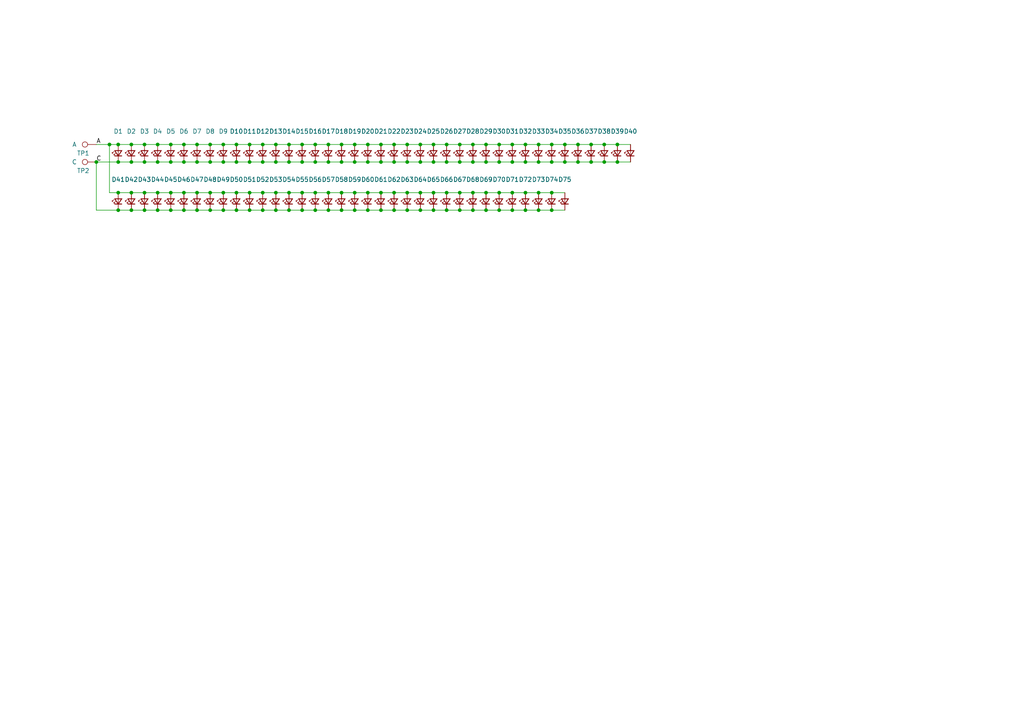
<source format=kicad_sch>
(kicad_sch (version 20250114) (generator "eeschema") (generator_version "9.0")
  (paper "A4")
  (lib_symbols
    (symbol "lib:TestPoint" (pin_numbers (hide yes)) (pin_names (offset 0.762) (hide yes))
      (property "Reference" "TP" (at 0 6.858 0))
      (property "Value" "TestPoint" (at 0 5.08 0))
      (symbol "TestPoint_0_1"
        (circle (center 0 3.302) (radius 0.762))
      )
      (symbol "TestPoint_1_1"
        (pin passive line (at 0 0 90) (length 2.54) (name "1") (number "1"))
      )
    )
    (symbol "lib:led_small" (pin_numbers (hide yes)) (pin_names (offset 0.254) (hide yes))
      (property "Reference" "D" (at -1.27 3.175 0))
      (property "Value" "led_small" (at -4.445 -2.54 0))
      (symbol "led_small_0_1"
        (polyline (pts (xy -0.762 -1.016) (xy -0.762 1.016)) (stroke (width 0.254)))
        (polyline (pts (xy 0 0.762) (xy -0.508 1.27) (xy -0.254 1.27) (xy -0.508 1.27) (xy -0.508 1.016)))
        (polyline (pts (xy 0.508 1.27) (xy 0 1.778) (xy 0.254 1.778) (xy 0 1.778) (xy 0 1.524)))
        (polyline (pts (xy 0.762 -1.016) (xy -0.762 0) (xy 0.762 1.016) (xy 0.762 -1.016)) (stroke (width 0.254)))
        (polyline (pts (xy 1.016 0) (xy -0.762 0)))
      )
      (symbol "led_small_1_1"
        (pin passive line (at -2.54 0 0) (length 1.778) (name "K") (number "1"))
        (pin passive line (at 2.54 0 180) (length 1.778) (name "A") (number "2"))
      )
    )
  )
  (junction (at 114.3 55.88))
  (junction (at 64.77 41.91))
  (junction (at 60.96 60.96))
  (junction (at 68.58 60.96))
  (junction (at 137.16 55.88))
  (junction (at 91.44 41.91))
  (junction (at 49.53 55.88))
  (junction (at 99.06 60.96))
  (junction (at 160.02 46.99))
  (junction (at 121.92 60.96))
  (junction (at 121.92 46.99))
  (junction (at 137.16 60.96))
  (junction (at 118.11 46.99))
  (junction (at 95.25 41.91))
  (junction (at 49.53 46.99))
  (junction (at 83.82 55.88))
  (junction (at 68.58 46.99))
  (junction (at 152.4 60.96))
  (junction (at 106.68 41.91))
  (junction (at 110.49 41.91))
  (junction (at 125.73 60.96))
  (junction (at 167.64 46.99))
  (junction (at 102.87 60.96))
  (junction (at 179.07 41.91))
  (junction (at 87.63 46.99))
  (junction (at 129.54 60.96))
  (junction (at 163.83 46.99))
  (junction (at 91.44 46.99))
  (junction (at 68.58 41.91))
  (junction (at 133.35 60.96))
  (junction (at 53.34 46.99))
  (junction (at 45.72 55.88))
  (junction (at 60.96 55.88))
  (junction (at 72.39 55.88))
  (junction (at 80.01 55.88))
  (junction (at 57.15 41.91))
  (junction (at 99.06 46.99))
  (junction (at 76.2 46.99))
  (junction (at 137.16 46.99))
  (junction (at 118.11 55.88))
  (junction (at 114.3 46.99))
  (junction (at 125.73 46.99))
  (junction (at 163.83 41.91))
  (junction (at 64.77 60.96))
  (junction (at 83.82 60.96))
  (junction (at 140.97 60.96))
  (junction (at 133.35 41.91))
  (junction (at 129.54 41.91))
  (junction (at 80.01 41.91))
  (junction (at 38.1 60.96))
  (junction (at 60.96 46.99))
  (junction (at 121.92 41.91))
  (junction (at 167.64 41.91))
  (junction (at 87.63 60.96))
  (junction (at 114.3 41.91))
  (junction (at 133.35 55.88))
  (junction (at 175.26 41.91))
  (junction (at 34.29 60.96))
  (junction (at 41.91 41.91))
  (junction (at 144.78 55.88))
  (junction (at 144.78 60.96))
  (junction (at 144.78 46.99))
  (junction (at 140.97 46.99))
  (junction (at 76.2 60.96))
  (junction (at 60.96 41.91))
  (junction (at 121.92 55.88))
  (junction (at 95.25 46.99))
  (junction (at 118.11 60.96))
  (junction (at 41.91 46.99))
  (junction (at 148.59 41.91))
  (junction (at 156.21 55.88))
  (junction (at 102.87 46.99))
  (junction (at 80.01 46.99))
  (junction (at 76.2 55.88))
  (junction (at 129.54 55.88))
  (junction (at 106.68 60.96))
  (junction (at 49.53 41.91))
  (junction (at 34.29 46.99))
  (junction (at 156.21 46.99))
  (junction (at 53.34 55.88))
  (junction (at 38.1 55.88))
  (junction (at 91.44 55.88))
  (junction (at 99.06 55.88))
  (junction (at 129.54 46.99))
  (junction (at 57.15 55.88))
  (junction (at 64.77 46.99))
  (junction (at 95.25 55.88))
  (junction (at 38.1 46.99))
  (junction (at 106.68 55.88))
  (junction (at 118.11 41.91))
  (junction (at 34.29 55.88))
  (junction (at 53.34 41.91))
  (junction (at 38.1 41.91))
  (junction (at 31.75 41.91))
  (junction (at 171.45 41.91))
  (junction (at 87.63 55.88))
  (junction (at 160.02 60.96))
  (junction (at 106.68 46.99))
  (junction (at 152.4 55.88))
  (junction (at 152.4 41.91))
  (junction (at 83.82 46.99))
  (junction (at 140.97 41.91))
  (junction (at 83.82 41.91))
  (junction (at 45.72 46.99))
  (junction (at 64.77 55.88))
  (junction (at 110.49 55.88))
  (junction (at 125.73 55.88))
  (junction (at 72.39 60.96))
  (junction (at 68.58 55.88))
  (junction (at 160.02 55.88))
  (junction (at 102.87 55.88))
  (junction (at 72.39 41.91))
  (junction (at 41.91 60.96))
  (junction (at 110.49 46.99))
  (junction (at 45.72 60.96))
  (junction (at 133.35 46.99))
  (junction (at 49.53 60.96))
  (junction (at 144.78 41.91))
  (junction (at 160.02 41.91))
  (junction (at 156.21 41.91))
  (junction (at 91.44 60.96))
  (junction (at 41.91 55.88))
  (junction (at 156.21 60.96))
  (junction (at 148.59 46.99))
  (junction (at 102.87 41.91))
  (junction (at 179.07 46.99))
  (junction (at 72.39 46.99))
  (junction (at 57.15 46.99))
  (junction (at 95.25 60.96))
  (junction (at 53.34 60.96))
  (junction (at 140.97 55.88))
  (junction (at 114.3 60.96))
  (junction (at 87.63 41.91))
  (junction (at 34.29 41.91))
  (junction (at 80.01 60.96))
  (junction (at 175.26 46.99))
  (junction (at 137.16 41.91))
  (junction (at 57.15 60.96))
  (junction (at 152.4 46.99))
  (junction (at 148.59 60.96))
  (junction (at 27.94 46.99))
  (junction (at 99.06 41.91))
  (junction (at 171.45 46.99))
  (junction (at 110.49 60.96))
  (junction (at 148.59 55.88))
  (junction (at 76.2 41.91))
  (junction (at 125.73 41.91))
  (junction (at 45.72 41.91))
  (wire (pts (xy 57.15 46.99) (xy 60.96 46.99)))
  (wire (pts (xy 167.64 41.91) (xy 171.45 41.91)))
  (wire (pts (xy 144.78 46.99) (xy 148.59 46.99)))
  (wire (pts (xy 129.54 55.88) (xy 133.35 55.88)))
  (wire (pts (xy 167.64 46.99) (xy 171.45 46.99)))
  (wire (pts (xy 152.4 55.88) (xy 156.21 55.88)))
  (wire (pts (xy 34.29 60.96) (xy 38.1 60.96)))
  (wire (pts (xy 76.2 41.91) (xy 80.01 41.91)))
  (wire (pts (xy 31.75 55.88) (xy 31.75 41.91)))
  (wire (pts (xy 27.94 60.96) (xy 27.94 46.99)))
  (wire (pts (xy 102.87 60.96) (xy 106.68 60.96)))
  (wire (pts (xy 163.83 46.99) (xy 167.64 46.99)))
  (wire (pts (xy 148.59 60.96) (xy 152.4 60.96)))
  (wire (pts (xy 175.26 46.99) (xy 179.07 46.99)))
  (wire (pts (xy 45.72 41.91) (xy 49.53 41.91)))
  (wire (pts (xy 34.29 41.91) (xy 38.1 41.91)))
  (wire (pts (xy 99.06 46.99) (xy 102.87 46.99)))
  (wire (pts (xy 57.15 55.88) (xy 60.96 55.88)))
  (wire (pts (xy 64.77 46.99) (xy 68.58 46.99)))
  (wire (pts (xy 34.29 55.88) (xy 31.75 55.88)))
  (wire (pts (xy 60.96 41.91) (xy 64.77 41.91)))
  (wire (pts (xy 152.4 60.96) (xy 156.21 60.96)))
  (wire (pts (xy 83.82 41.91) (xy 87.63 41.91)))
  (wire (pts (xy 91.44 41.91) (xy 95.25 41.91)))
  (wire (pts (xy 27.94 41.91) (xy 31.75 41.91)))
  (wire (pts (xy 99.06 60.96) (xy 102.87 60.96)))
  (wire (pts (xy 95.25 41.91) (xy 99.06 41.91)))
  (wire (pts (xy 118.11 55.88) (xy 121.92 55.88)))
  (wire (pts (xy 72.39 41.91) (xy 76.2 41.91)))
  (wire (pts (xy 156.21 55.88) (xy 160.02 55.88)))
  (wire (pts (xy 49.53 46.99) (xy 53.34 46.99)))
  (wire (pts (xy 68.58 60.96) (xy 72.39 60.96)))
  (wire (pts (xy 57.15 60.96) (xy 60.96 60.96)))
  (wire (pts (xy 45.72 60.96) (xy 49.53 60.96)))
  (wire (pts (xy 102.87 55.88) (xy 106.68 55.88)))
  (wire (pts (xy 41.91 41.91) (xy 45.72 41.91)))
  (wire (pts (xy 137.16 41.91) (xy 140.97 41.91)))
  (wire (pts (xy 80.01 55.88) (xy 83.82 55.88)))
  (wire (pts (xy 102.87 46.99) (xy 106.68 46.99)))
  (wire (pts (xy 106.68 55.88) (xy 110.49 55.88)))
  (wire (pts (xy 41.91 55.88) (xy 45.72 55.88)))
  (wire (pts (xy 160.02 60.96) (xy 163.83 60.96)))
  (wire (pts (xy 137.16 46.99) (xy 140.97 46.99)))
  (wire (pts (xy 49.53 55.88) (xy 53.34 55.88)))
  (wire (pts (xy 121.92 46.99) (xy 125.73 46.99)))
  (wire (pts (xy 87.63 55.88) (xy 91.44 55.88)))
  (wire (pts (xy 68.58 55.88) (xy 72.39 55.88)))
  (wire (pts (xy 31.75 41.91) (xy 34.29 41.91)))
  (wire (pts (xy 83.82 60.96) (xy 87.63 60.96)))
  (wire (pts (xy 34.29 55.88) (xy 38.1 55.88)))
  (wire (pts (xy 106.68 46.99) (xy 110.49 46.99)))
  (wire (pts (xy 91.44 55.88) (xy 95.25 55.88)))
  (wire (pts (xy 137.16 60.96) (xy 140.97 60.96)))
  (wire (pts (xy 60.96 55.88) (xy 64.77 55.88)))
  (wire (pts (xy 106.68 60.96) (xy 110.49 60.96)))
  (wire (pts (xy 140.97 46.99) (xy 144.78 46.99)))
  (wire (pts (xy 99.06 41.91) (xy 102.87 41.91)))
  (wire (pts (xy 152.4 41.91) (xy 156.21 41.91)))
  (wire (pts (xy 64.77 60.96) (xy 68.58 60.96)))
  (wire (pts (xy 144.78 41.91) (xy 148.59 41.91)))
  (wire (pts (xy 125.73 41.91) (xy 129.54 41.91)))
  (wire (pts (xy 45.72 55.88) (xy 49.53 55.88)))
  (wire (pts (xy 175.26 41.91) (xy 179.07 41.91)))
  (wire (pts (xy 171.45 46.99) (xy 175.26 46.99)))
  (wire (pts (xy 53.34 41.91) (xy 57.15 41.91)))
  (wire (pts (xy 34.29 60.96) (xy 27.94 60.96)))
  (wire (pts (xy 114.3 55.88) (xy 118.11 55.88)))
  (wire (pts (xy 156.21 60.96) (xy 160.02 60.96)))
  (wire (pts (xy 80.01 46.99) (xy 83.82 46.99)))
  (wire (pts (xy 34.29 46.99) (xy 38.1 46.99)))
  (wire (pts (xy 140.97 41.91) (xy 144.78 41.91)))
  (wire (pts (xy 160.02 55.88) (xy 163.83 55.88)))
  (wire (pts (xy 148.59 41.91) (xy 152.4 41.91)))
  (wire (pts (xy 133.35 41.91) (xy 137.16 41.91)))
  (wire (pts (xy 129.54 41.91) (xy 133.35 41.91)))
  (wire (pts (xy 118.11 60.96) (xy 121.92 60.96)))
  (wire (pts (xy 179.07 41.91) (xy 182.88 41.91)))
  (wire (pts (xy 38.1 55.88) (xy 41.91 55.88)))
  (wire (pts (xy 53.34 46.99) (xy 57.15 46.99)))
  (wire (pts (xy 68.58 46.99) (xy 72.39 46.99)))
  (wire (pts (xy 38.1 46.99) (xy 41.91 46.99)))
  (wire (pts (xy 83.82 55.88) (xy 87.63 55.88)))
  (wire (pts (xy 83.82 46.99) (xy 87.63 46.99)))
  (wire (pts (xy 125.73 60.96) (xy 129.54 60.96)))
  (wire (pts (xy 38.1 41.91) (xy 41.91 41.91)))
  (wire (pts (xy 87.63 60.96) (xy 91.44 60.96)))
  (wire (pts (xy 110.49 60.96) (xy 114.3 60.96)))
  (wire (pts (xy 133.35 55.88) (xy 137.16 55.88)))
  (wire (pts (xy 179.07 46.99) (xy 182.88 46.99)))
  (wire (pts (xy 148.59 46.99) (xy 152.4 46.99)))
  (wire (pts (xy 121.92 41.91) (xy 125.73 41.91)))
  (wire (pts (xy 60.96 46.99) (xy 64.77 46.99)))
  (wire (pts (xy 53.34 55.88) (xy 57.15 55.88)))
  (wire (pts (xy 49.53 60.96) (xy 53.34 60.96)))
  (wire (pts (xy 64.77 55.88) (xy 68.58 55.88)))
  (wire (pts (xy 49.53 41.91) (xy 53.34 41.91)))
  (wire (pts (xy 160.02 46.99) (xy 163.83 46.99)))
  (wire (pts (xy 80.01 60.96) (xy 83.82 60.96)))
  (wire (pts (xy 110.49 55.88) (xy 114.3 55.88)))
  (wire (pts (xy 171.45 41.91) (xy 175.26 41.91)))
  (wire (pts (xy 114.3 41.91) (xy 118.11 41.91)))
  (wire (pts (xy 140.97 60.96) (xy 144.78 60.96)))
  (wire (pts (xy 125.73 46.99) (xy 129.54 46.99)))
  (wire (pts (xy 72.39 60.96) (xy 76.2 60.96)))
  (wire (pts (xy 110.49 46.99) (xy 114.3 46.99)))
  (wire (pts (xy 76.2 60.96) (xy 80.01 60.96)))
  (wire (pts (xy 87.63 46.99) (xy 91.44 46.99)))
  (wire (pts (xy 99.06 55.88) (xy 102.87 55.88)))
  (wire (pts (xy 53.34 60.96) (xy 57.15 60.96)))
  (wire (pts (xy 160.02 41.91) (xy 163.83 41.91)))
  (wire (pts (xy 152.4 46.99) (xy 156.21 46.99)))
  (wire (pts (xy 68.58 41.91) (xy 72.39 41.91)))
  (wire (pts (xy 41.91 46.99) (xy 45.72 46.99)))
  (wire (pts (xy 125.73 55.88) (xy 129.54 55.88)))
  (wire (pts (xy 38.1 60.96) (xy 41.91 60.96)))
  (wire (pts (xy 118.11 46.99) (xy 121.92 46.99)))
  (wire (pts (xy 156.21 41.91) (xy 160.02 41.91)))
  (wire (pts (xy 72.39 55.88) (xy 76.2 55.88)))
  (wire (pts (xy 106.68 41.91) (xy 110.49 41.91)))
  (wire (pts (xy 64.77 41.91) (xy 68.58 41.91)))
  (wire (pts (xy 121.92 55.88) (xy 125.73 55.88)))
  (wire (pts (xy 129.54 46.99) (xy 133.35 46.99)))
  (wire (pts (xy 129.54 60.96) (xy 133.35 60.96)))
  (wire (pts (xy 110.49 41.91) (xy 114.3 41.91)))
  (wire (pts (xy 140.97 55.88) (xy 144.78 55.88)))
  (wire (pts (xy 144.78 60.96) (xy 148.59 60.96)))
  (wire (pts (xy 76.2 55.88) (xy 80.01 55.88)))
  (wire (pts (xy 102.87 41.91) (xy 106.68 41.91)))
  (wire (pts (xy 114.3 60.96) (xy 118.11 60.96)))
  (wire (pts (xy 95.25 60.96) (xy 99.06 60.96)))
  (wire (pts (xy 118.11 41.91) (xy 121.92 41.91)))
  (wire (pts (xy 45.72 46.99) (xy 49.53 46.99)))
  (wire (pts (xy 144.78 55.88) (xy 148.59 55.88)))
  (wire (pts (xy 41.91 60.96) (xy 45.72 60.96)))
  (wire (pts (xy 137.16 55.88) (xy 140.97 55.88)))
  (wire (pts (xy 60.96 60.96) (xy 64.77 60.96)))
  (wire (pts (xy 121.92 60.96) (xy 125.73 60.96)))
  (wire (pts (xy 27.94 46.99) (xy 34.29 46.99)))
  (wire (pts (xy 133.35 60.96) (xy 137.16 60.96)))
  (wire (pts (xy 72.39 46.99) (xy 76.2 46.99)))
  (wire (pts (xy 91.44 46.99) (xy 95.25 46.99)))
  (wire (pts (xy 156.21 46.99) (xy 160.02 46.99)))
  (wire (pts (xy 114.3 46.99) (xy 118.11 46.99)))
  (wire (pts (xy 133.35 46.99) (xy 137.16 46.99)))
  (wire (pts (xy 148.59 55.88) (xy 152.4 55.88)))
  (wire (pts (xy 95.25 46.99) (xy 99.06 46.99)))
  (wire (pts (xy 80.01 41.91) (xy 83.82 41.91)))
  (wire (pts (xy 87.63 41.91) (xy 91.44 41.91)))
  (wire (pts (xy 76.2 46.99) (xy 80.01 46.99)))
  (wire (pts (xy 95.25 55.88) (xy 99.06 55.88)))
  (wire (pts (xy 57.15 41.91) (xy 60.96 41.91)))
  (wire (pts (xy 163.83 41.91) (xy 167.64 41.91)))
  (wire (pts (xy 91.44 60.96) (xy 95.25 60.96)))
  (label "C" (at 27.94 46.99 0))
  (label "A" (at 27.94 41.91 0))
  (symbol (lib_id "lib:led_small") (at 80.01 58.42 90) (unit 1)
    (property "Reference" "D53" (at 80.01 52.07 90))
    (property "Value" "led_small" (effects (hide yes)))
    (property "Footprint" "lib:LED_0603_1608Metric" (effects (hide yes)))
    (property "Description" "Light emitting diode, small symbol" (effects (hide yes)))
    (property "Sim.Pin" "1=K 2=A" (effects (hide yes)))
  )
  (symbol (lib_id "lib:led_small") (at 167.64 44.45 90) (unit 1)
    (property "Reference" "D36" (at 167.64 38.1 90))
    (property "Value" "led_small" (effects (hide yes)))
    (property "Footprint" "lib:LED_0603_1608Metric" (effects (hide yes)))
    (property "Description" "Light emitting diode, small symbol" (effects (hide yes)))
    (property "Sim.Pin" "1=K 2=A" (effects (hide yes)))
  )
  (symbol (lib_id "lib:led_small") (at 156.21 44.45 90) (unit 1)
    (property "Reference" "D33" (at 156.21 38.1 90))
    (property "Value" "led_small" (effects (hide yes)))
    (property "Footprint" "lib:LED_0603_1608Metric" (effects (hide yes)))
    (property "Description" "Light emitting diode, small symbol" (effects (hide yes)))
    (property "Sim.Pin" "1=K 2=A" (effects (hide yes)))
  )
  (symbol (lib_id "lib:led_small") (at 76.2 44.45 90) (unit 1)
    (property "Reference" "D12" (at 76.2 38.1 90))
    (property "Value" "led_small" (effects (hide yes)))
    (property "Footprint" "lib:LED_0603_1608Metric" (effects (hide yes)))
    (property "Description" "Light emitting diode, small symbol" (effects (hide yes)))
    (property "Sim.Pin" "1=K 2=A" (effects (hide yes)))
  )
  (symbol (lib_id "lib:led_small") (at 114.3 44.45 90) (unit 1)
    (property "Reference" "D22" (at 114.3 38.1 90))
    (property "Value" "led_small" (effects (hide yes)))
    (property "Footprint" "lib:LED_0603_1608Metric" (effects (hide yes)))
    (property "Description" "Light emitting diode, small symbol" (effects (hide yes)))
    (property "Sim.Pin" "1=K 2=A" (effects (hide yes)))
  )
  (symbol (lib_id "lib:led_small") (at 34.29 44.45 90) (unit 1)
    (property "Reference" "D1" (at 34.29 38.1 90))
    (property "Value" "led_small" (effects (hide yes)))
    (property "Footprint" "lib:LED_0603_1608Metric" (effects (hide yes)))
    (property "Description" "Light emitting diode, small symbol" (effects (hide yes)))
    (property "Sim.Pin" "1=K 2=A" (effects (hide yes)))
  )
  (symbol (lib_id "lib:led_small") (at 68.58 44.45 90) (unit 1)
    (property "Reference" "D10" (at 68.58 38.1 90))
    (property "Value" "led_small" (effects (hide yes)))
    (property "Footprint" "lib:LED_0603_1608Metric" (effects (hide yes)))
    (property "Description" "Light emitting diode, small symbol" (effects (hide yes)))
    (property "Sim.Pin" "1=K 2=A" (effects (hide yes)))
  )
  (symbol (lib_id "lib:led_small") (at 53.34 44.45 90) (unit 1)
    (property "Reference" "D6" (at 53.34 38.1 90))
    (property "Value" "led_small" (effects (hide yes)))
    (property "Footprint" "lib:LED_0603_1608Metric" (effects (hide yes)))
    (property "Description" "Light emitting diode, small symbol" (effects (hide yes)))
    (property "Sim.Pin" "1=K 2=A" (effects (hide yes)))
  )
  (symbol (lib_id "lib:led_small") (at 64.77 44.45 90) (unit 1)
    (property "Reference" "D9" (at 64.77 38.1 90))
    (property "Value" "led_small" (effects (hide yes)))
    (property "Footprint" "lib:LED_0603_1608Metric" (effects (hide yes)))
    (property "Description" "Light emitting diode, small symbol" (effects (hide yes)))
    (property "Sim.Pin" "1=K 2=A" (effects (hide yes)))
  )
  (symbol (lib_id "lib:led_small") (at 99.06 58.42 90) (unit 1)
    (property "Reference" "D58" (at 99.06 52.07 90))
    (property "Value" "led_small" (effects (hide yes)))
    (property "Footprint" "lib:LED_0603_1608Metric" (effects (hide yes)))
    (property "Description" "Light emitting diode, small symbol" (effects (hide yes)))
    (property "Sim.Pin" "1=K 2=A" (effects (hide yes)))
  )
  (symbol (lib_id "lib:led_small") (at 179.07 44.45 90) (unit 1)
    (property "Reference" "D39" (at 179.07 38.1 90))
    (property "Value" "led_small" (effects (hide yes)))
    (property "Footprint" "lib:LED_0603_1608Metric" (effects (hide yes)))
    (property "Description" "Light emitting diode, small symbol" (effects (hide yes)))
    (property "Sim.Pin" "1=K 2=A" (effects (hide yes)))
  )
  (symbol (lib_id "lib:TestPoint") (at 27.94 46.99 90) (unit 1)
    (property "Reference" "TP2" (at 24.13 49.53 90))
    (property "Value" "C" (at 21.59 46.99 90))
    (property "Footprint" "lib:TestPoint_Pad_D3.0mm" (effects (hide yes)))
    (property "Description" "test point" (effects (hide yes)))
  )
  (symbol (lib_id "lib:led_small") (at 175.26 44.45 90) (unit 1)
    (property "Reference" "D38" (at 175.26 38.1 90))
    (property "Value" "led_small" (effects (hide yes)))
    (property "Footprint" "lib:LED_0603_1608Metric" (effects (hide yes)))
    (property "Description" "Light emitting diode, small symbol" (effects (hide yes)))
    (property "Sim.Pin" "1=K 2=A" (effects (hide yes)))
  )
  (symbol (lib_id "lib:led_small") (at 80.01 44.45 90) (unit 1)
    (property "Reference" "D13" (at 80.01 38.1 90))
    (property "Value" "led_small" (effects (hide yes)))
    (property "Footprint" "lib:LED_0603_1608Metric" (effects (hide yes)))
    (property "Description" "Light emitting diode, small symbol" (effects (hide yes)))
    (property "Sim.Pin" "1=K 2=A" (effects (hide yes)))
  )
  (symbol (lib_id "lib:led_small") (at 125.73 44.45 90) (unit 1)
    (property "Reference" "D25" (at 125.73 38.1 90))
    (property "Value" "led_small" (effects (hide yes)))
    (property "Footprint" "lib:LED_0603_1608Metric" (effects (hide yes)))
    (property "Description" "Light emitting diode, small symbol" (effects (hide yes)))
    (property "Sim.Pin" "1=K 2=A" (effects (hide yes)))
  )
  (symbol (lib_id "lib:led_small") (at 41.91 44.45 90) (unit 1)
    (property "Reference" "D3" (at 41.91 38.1 90))
    (property "Value" "led_small" (effects (hide yes)))
    (property "Footprint" "lib:LED_0603_1608Metric" (effects (hide yes)))
    (property "Description" "Light emitting diode, small symbol" (effects (hide yes)))
    (property "Sim.Pin" "1=K 2=A" (effects (hide yes)))
  )
  (symbol (lib_id "lib:led_small") (at 110.49 44.45 90) (unit 1)
    (property "Reference" "D21" (at 110.49 38.1 90))
    (property "Value" "led_small" (effects (hide yes)))
    (property "Footprint" "lib:LED_0603_1608Metric" (effects (hide yes)))
    (property "Description" "Light emitting diode, small symbol" (effects (hide yes)))
    (property "Sim.Pin" "1=K 2=A" (effects (hide yes)))
  )
  (symbol (lib_id "lib:led_small") (at 72.39 44.45 90) (unit 1)
    (property "Reference" "D11" (at 72.39 38.1 90))
    (property "Value" "led_small" (effects (hide yes)))
    (property "Footprint" "lib:LED_0603_1608Metric" (effects (hide yes)))
    (property "Description" "Light emitting diode, small symbol" (effects (hide yes)))
    (property "Sim.Pin" "1=K 2=A" (effects (hide yes)))
  )
  (symbol (lib_id "lib:led_small") (at 118.11 58.42 90) (unit 1)
    (property "Reference" "D63" (at 118.11 52.07 90))
    (property "Value" "led_small" (effects (hide yes)))
    (property "Footprint" "lib:LED_0603_1608Metric" (effects (hide yes)))
    (property "Description" "Light emitting diode, small symbol" (effects (hide yes)))
    (property "Sim.Pin" "1=K 2=A" (effects (hide yes)))
  )
  (symbol (lib_id "lib:led_small") (at 76.2 58.42 90) (unit 1)
    (property "Reference" "D52" (at 76.2 52.07 90))
    (property "Value" "led_small" (effects (hide yes)))
    (property "Footprint" "lib:LED_0603_1608Metric" (effects (hide yes)))
    (property "Description" "Light emitting diode, small symbol" (effects (hide yes)))
    (property "Sim.Pin" "1=K 2=A" (effects (hide yes)))
  )
  (symbol (lib_id "lib:led_small") (at 45.72 44.45 90) (unit 1)
    (property "Reference" "D4" (at 45.72 38.1 90))
    (property "Value" "led_small" (effects (hide yes)))
    (property "Footprint" "lib:LED_0603_1608Metric" (effects (hide yes)))
    (property "Description" "Light emitting diode, small symbol" (effects (hide yes)))
    (property "Sim.Pin" "1=K 2=A" (effects (hide yes)))
  )
  (symbol (lib_id "lib:led_small") (at 68.58 58.42 90) (unit 1)
    (property "Reference" "D50" (at 68.58 52.07 90))
    (property "Value" "led_small" (effects (hide yes)))
    (property "Footprint" "lib:LED_0603_1608Metric" (effects (hide yes)))
    (property "Description" "Light emitting diode, small symbol" (effects (hide yes)))
    (property "Sim.Pin" "1=K 2=A" (effects (hide yes)))
  )
  (symbol (lib_id "lib:led_small") (at 160.02 58.42 90) (unit 1)
    (property "Reference" "D74" (at 160.02 52.07 90))
    (property "Value" "led_small" (effects (hide yes)))
    (property "Footprint" "lib:LED_0603_1608Metric" (effects (hide yes)))
    (property "Description" "Light emitting diode, small symbol" (effects (hide yes)))
    (property "Sim.Pin" "1=K 2=A" (effects (hide yes)))
  )
  (symbol (lib_id "lib:led_small") (at 99.06 44.45 90) (unit 1)
    (property "Reference" "D18" (at 99.06 38.1 90))
    (property "Value" "led_small" (effects (hide yes)))
    (property "Footprint" "lib:LED_0603_1608Metric" (effects (hide yes)))
    (property "Description" "Light emitting diode, small symbol" (effects (hide yes)))
    (property "Sim.Pin" "1=K 2=A" (effects (hide yes)))
  )
  (symbol (lib_id "lib:led_small") (at 121.92 44.45 90) (unit 1)
    (property "Reference" "D24" (at 121.92 38.1 90))
    (property "Value" "led_small" (effects (hide yes)))
    (property "Footprint" "lib:LED_0603_1608Metric" (effects (hide yes)))
    (property "Description" "Light emitting diode, small symbol" (effects (hide yes)))
    (property "Sim.Pin" "1=K 2=A" (effects (hide yes)))
  )
  (symbol (lib_id "lib:led_small") (at 144.78 44.45 90) (unit 1)
    (property "Reference" "D30" (at 144.78 38.1 90))
    (property "Value" "led_small" (effects (hide yes)))
    (property "Footprint" "lib:LED_0603_1608Metric" (effects (hide yes)))
    (property "Description" "Light emitting diode, small symbol" (effects (hide yes)))
    (property "Sim.Pin" "1=K 2=A" (effects (hide yes)))
  )
  (symbol (lib_id "lib:led_small") (at 83.82 44.45 90) (unit 1)
    (property "Reference" "D14" (at 83.82 38.1 90))
    (property "Value" "led_small" (effects (hide yes)))
    (property "Footprint" "lib:LED_0603_1608Metric" (effects (hide yes)))
    (property "Description" "Light emitting diode, small symbol" (effects (hide yes)))
    (property "Sim.Pin" "1=K 2=A" (effects (hide yes)))
  )
  (symbol (lib_id "lib:led_small") (at 91.44 44.45 90) (unit 1)
    (property "Reference" "D16" (at 91.44 38.1 90))
    (property "Value" "led_small" (effects (hide yes)))
    (property "Footprint" "lib:LED_0603_1608Metric" (effects (hide yes)))
    (property "Description" "Light emitting diode, small symbol" (effects (hide yes)))
    (property "Sim.Pin" "1=K 2=A" (effects (hide yes)))
  )
  (symbol (lib_id "lib:led_small") (at 160.02 44.45 90) (unit 1)
    (property "Reference" "D34" (at 160.02 38.1 90))
    (property "Value" "led_small" (effects (hide yes)))
    (property "Footprint" "lib:LED_0603_1608Metric" (effects (hide yes)))
    (property "Description" "Light emitting diode, small symbol" (effects (hide yes)))
    (property "Sim.Pin" "1=K 2=A" (effects (hide yes)))
  )
  (symbol (lib_id "lib:led_small") (at 110.49 58.42 90) (unit 1)
    (property "Reference" "D61" (at 110.49 52.07 90))
    (property "Value" "led_small" (effects (hide yes)))
    (property "Footprint" "lib:LED_0603_1608Metric" (effects (hide yes)))
    (property "Description" "Light emitting diode, small symbol" (effects (hide yes)))
    (property "Sim.Pin" "1=K 2=A" (effects (hide yes)))
  )
  (symbol (lib_id "lib:led_small") (at 45.72 58.42 90) (unit 1)
    (property "Reference" "D44" (at 45.72 52.07 90))
    (property "Value" "led_small" (effects (hide yes)))
    (property "Footprint" "lib:LED_0603_1608Metric" (effects (hide yes)))
    (property "Description" "Light emitting diode, small symbol" (effects (hide yes)))
    (property "Sim.Pin" "1=K 2=A" (effects (hide yes)))
  )
  (symbol (lib_id "lib:led_small") (at 49.53 58.42 90) (unit 1)
    (property "Reference" "D45" (at 49.53 52.07 90))
    (property "Value" "led_small" (effects (hide yes)))
    (property "Footprint" "lib:LED_0603_1608Metric" (effects (hide yes)))
    (property "Description" "Light emitting diode, small symbol" (effects (hide yes)))
    (property "Sim.Pin" "1=K 2=A" (effects (hide yes)))
  )
  (symbol (lib_id "lib:led_small") (at 133.35 58.42 90) (unit 1)
    (property "Reference" "D67" (at 133.35 52.07 90))
    (property "Value" "led_small" (effects (hide yes)))
    (property "Footprint" "lib:LED_0603_1608Metric" (effects (hide yes)))
    (property "Description" "Light emitting diode, small symbol" (effects (hide yes)))
    (property "Sim.Pin" "1=K 2=A" (effects (hide yes)))
  )
  (symbol (lib_id "lib:led_small") (at 60.96 44.45 90) (unit 1)
    (property "Reference" "D8" (at 60.96 38.1 90))
    (property "Value" "led_small" (effects (hide yes)))
    (property "Footprint" "lib:LED_0603_1608Metric" (effects (hide yes)))
    (property "Description" "Light emitting diode, small symbol" (effects (hide yes)))
    (property "Sim.Pin" "1=K 2=A" (effects (hide yes)))
  )
  (symbol (lib_id "lib:led_small") (at 87.63 58.42 90) (unit 1)
    (property "Reference" "D55" (at 87.63 52.07 90))
    (property "Value" "led_small" (effects (hide yes)))
    (property "Footprint" "lib:LED_0603_1608Metric" (effects (hide yes)))
    (property "Description" "Light emitting diode, small symbol" (effects (hide yes)))
    (property "Sim.Pin" "1=K 2=A" (effects (hide yes)))
  )
  (symbol (lib_id "lib:led_small") (at 91.44 58.42 90) (unit 1)
    (property "Reference" "D56" (at 91.44 52.07 90))
    (property "Value" "led_small" (effects (hide yes)))
    (property "Footprint" "lib:LED_0603_1608Metric" (effects (hide yes)))
    (property "Description" "Light emitting diode, small symbol" (effects (hide yes)))
    (property "Sim.Pin" "1=K 2=A" (effects (hide yes)))
  )
  (symbol (lib_id "lib:led_small") (at 118.11 44.45 90) (unit 1)
    (property "Reference" "D23" (at 118.11 38.1 90))
    (property "Value" "led_small" (effects (hide yes)))
    (property "Footprint" "lib:LED_0603_1608Metric" (effects (hide yes)))
    (property "Description" "Light emitting diode, small symbol" (effects (hide yes)))
    (property "Sim.Pin" "1=K 2=A" (effects (hide yes)))
  )
  (symbol (lib_id "lib:led_small") (at 57.15 58.42 90) (unit 1)
    (property "Reference" "D47" (at 57.15 52.07 90))
    (property "Value" "led_small" (effects (hide yes)))
    (property "Footprint" "lib:LED_0603_1608Metric" (effects (hide yes)))
    (property "Description" "Light emitting diode, small symbol" (effects (hide yes)))
    (property "Sim.Pin" "1=K 2=A" (effects (hide yes)))
  )
  (symbol (lib_id "lib:led_small") (at 144.78 58.42 90) (unit 1)
    (property "Reference" "D70" (at 144.78 52.07 90))
    (property "Value" "led_small" (effects (hide yes)))
    (property "Footprint" "lib:LED_0603_1608Metric" (effects (hide yes)))
    (property "Description" "Light emitting diode, small symbol" (effects (hide yes)))
    (property "Sim.Pin" "1=K 2=A" (effects (hide yes)))
  )
  (symbol (lib_id "lib:led_small") (at 38.1 58.42 90) (unit 1)
    (property "Reference" "D42" (at 38.1 52.07 90))
    (property "Value" "led_small" (effects (hide yes)))
    (property "Footprint" "lib:LED_0603_1608Metric" (effects (hide yes)))
    (property "Description" "Light emitting diode, small symbol" (effects (hide yes)))
    (property "Sim.Pin" "1=K 2=A" (effects (hide yes)))
  )
  (symbol (lib_id "lib:led_small") (at 87.63 44.45 90) (unit 1)
    (property "Reference" "D15" (at 87.63 38.1 90))
    (property "Value" "led_small" (effects (hide yes)))
    (property "Footprint" "lib:LED_0603_1608Metric" (effects (hide yes)))
    (property "Description" "Light emitting diode, small symbol" (effects (hide yes)))
    (property "Sim.Pin" "1=K 2=A" (effects (hide yes)))
  )
  (symbol (lib_id "lib:led_small") (at 137.16 58.42 90) (unit 1)
    (property "Reference" "D68" (at 137.16 52.07 90))
    (property "Value" "led_small" (effects (hide yes)))
    (property "Footprint" "lib:LED_0603_1608Metric" (effects (hide yes)))
    (property "Description" "Light emitting diode, small symbol" (effects (hide yes)))
    (property "Sim.Pin" "1=K 2=A" (effects (hide yes)))
  )
  (symbol (lib_id "lib:led_small") (at 57.15 44.45 90) (unit 1)
    (property "Reference" "D7" (at 57.15 38.1 90))
    (property "Value" "led_small" (effects (hide yes)))
    (property "Footprint" "lib:LED_0603_1608Metric" (effects (hide yes)))
    (property "Description" "Light emitting diode, small symbol" (effects (hide yes)))
    (property "Sim.Pin" "1=K 2=A" (effects (hide yes)))
  )
  (symbol (lib_id "lib:led_small") (at 102.87 44.45 90) (unit 1)
    (property "Reference" "D19" (at 102.87 38.1 90))
    (property "Value" "led_small" (effects (hide yes)))
    (property "Footprint" "lib:LED_0603_1608Metric" (effects (hide yes)))
    (property "Description" "Light emitting diode, small symbol" (effects (hide yes)))
    (property "Sim.Pin" "1=K 2=A" (effects (hide yes)))
  )
  (symbol (lib_id "lib:led_small") (at 140.97 44.45 90) (unit 1)
    (property "Reference" "D29" (at 140.97 38.1 90))
    (property "Value" "led_small" (effects (hide yes)))
    (property "Footprint" "lib:LED_0603_1608Metric" (effects (hide yes)))
    (property "Description" "Light emitting diode, small symbol" (effects (hide yes)))
    (property "Sim.Pin" "1=K 2=A" (effects (hide yes)))
  )
  (symbol (lib_id "lib:led_small") (at 114.3 58.42 90) (unit 1)
    (property "Reference" "D62" (at 114.3 52.07 90))
    (property "Value" "led_small" (effects (hide yes)))
    (property "Footprint" "lib:LED_0603_1608Metric" (effects (hide yes)))
    (property "Description" "Light emitting diode, small symbol" (effects (hide yes)))
    (property "Sim.Pin" "1=K 2=A" (effects (hide yes)))
  )
  (symbol (lib_id "lib:led_small") (at 129.54 44.45 90) (unit 1)
    (property "Reference" "D26" (at 129.54 38.1 90))
    (property "Value" "led_small" (effects (hide yes)))
    (property "Footprint" "lib:LED_0603_1608Metric" (effects (hide yes)))
    (property "Description" "Light emitting diode, small symbol" (effects (hide yes)))
    (property "Sim.Pin" "1=K 2=A" (effects (hide yes)))
  )
  (symbol (lib_id "lib:led_small") (at 41.91 58.42 90) (unit 1)
    (property "Reference" "D43" (at 41.91 52.07 90))
    (property "Value" "led_small" (effects (hide yes)))
    (property "Footprint" "lib:LED_0603_1608Metric" (effects (hide yes)))
    (property "Description" "Light emitting diode, small symbol" (effects (hide yes)))
    (property "Sim.Pin" "1=K 2=A" (effects (hide yes)))
  )
  (symbol (lib_id "lib:led_small") (at 140.97 58.42 90) (unit 1)
    (property "Reference" "D69" (at 140.97 52.07 90))
    (property "Value" "led_small" (effects (hide yes)))
    (property "Footprint" "lib:LED_0603_1608Metric" (effects (hide yes)))
    (property "Description" "Light emitting diode, small symbol" (effects (hide yes)))
    (property "Sim.Pin" "1=K 2=A" (effects (hide yes)))
  )
  (symbol (lib_id "lib:led_small") (at 182.88 44.45 90) (unit 1)
    (property "Reference" "D40" (at 182.88 38.1 90))
    (property "Value" "led_small" (effects (hide yes)))
    (property "Footprint" "lib:LED_0603_1608Metric" (effects (hide yes)))
    (property "Description" "Light emitting diode, small symbol" (effects (hide yes)))
    (property "Sim.Pin" "1=K 2=A" (effects (hide yes)))
  )
  (symbol (lib_id "lib:led_small") (at 60.96 58.42 90) (unit 1)
    (property "Reference" "D48" (at 60.96 52.07 90))
    (property "Value" "led_small" (effects (hide yes)))
    (property "Footprint" "lib:LED_0603_1608Metric" (effects (hide yes)))
    (property "Description" "Light emitting diode, small symbol" (effects (hide yes)))
    (property "Sim.Pin" "1=K 2=A" (effects (hide yes)))
  )
  (symbol (lib_id "lib:led_small") (at 152.4 44.45 90) (unit 1)
    (property "Reference" "D32" (at 152.4 38.1 90))
    (property "Value" "led_small" (effects (hide yes)))
    (property "Footprint" "lib:LED_0603_1608Metric" (effects (hide yes)))
    (property "Description" "Light emitting diode, small symbol" (effects (hide yes)))
    (property "Sim.Pin" "1=K 2=A" (effects (hide yes)))
  )
  (symbol (lib_id "lib:led_small") (at 137.16 44.45 90) (unit 1)
    (property "Reference" "D28" (at 137.16 38.1 90))
    (property "Value" "led_small" (effects (hide yes)))
    (property "Footprint" "lib:LED_0603_1608Metric" (effects (hide yes)))
    (property "Description" "Light emitting diode, small symbol" (effects (hide yes)))
    (property "Sim.Pin" "1=K 2=A" (effects (hide yes)))
  )
  (symbol (lib_id "lib:led_small") (at 53.34 58.42 90) (unit 1)
    (property "Reference" "D46" (at 53.34 52.07 90))
    (property "Value" "led_small" (effects (hide yes)))
    (property "Footprint" "lib:LED_0603_1608Metric" (effects (hide yes)))
    (property "Description" "Light emitting diode, small symbol" (effects (hide yes)))
    (property "Sim.Pin" "1=K 2=A" (effects (hide yes)))
  )
  (symbol (lib_id "lib:led_small") (at 163.83 44.45 90) (unit 1)
    (property "Reference" "D35" (at 163.83 38.1 90))
    (property "Value" "led_small" (effects (hide yes)))
    (property "Footprint" "lib:LED_0603_1608Metric" (effects (hide yes)))
    (property "Description" "Light emitting diode, small symbol" (effects (hide yes)))
    (property "Sim.Pin" "1=K 2=A" (effects (hide yes)))
  )
  (symbol (lib_id "lib:led_small") (at 72.39 58.42 90) (unit 1)
    (property "Reference" "D51" (at 72.39 52.07 90))
    (property "Value" "led_small" (effects (hide yes)))
    (property "Footprint" "lib:LED_0603_1608Metric" (effects (hide yes)))
    (property "Description" "Light emitting diode, small symbol" (effects (hide yes)))
    (property "Sim.Pin" "1=K 2=A" (effects (hide yes)))
  )
  (symbol (lib_id "lib:led_small") (at 171.45 44.45 90) (unit 1)
    (property "Reference" "D37" (at 171.45 38.1 90))
    (property "Value" "led_small" (effects (hide yes)))
    (property "Footprint" "lib:LED_0603_1608Metric" (effects (hide yes)))
    (property "Description" "Light emitting diode, small symbol" (effects (hide yes)))
    (property "Sim.Pin" "1=K 2=A" (effects (hide yes)))
  )
  (symbol (lib_id "lib:led_small") (at 49.53 44.45 90) (unit 1)
    (property "Reference" "D5" (at 49.53 38.1 90))
    (property "Value" "led_small" (effects (hide yes)))
    (property "Footprint" "lib:LED_0603_1608Metric" (effects (hide yes)))
    (property "Description" "Light emitting diode, small symbol" (effects (hide yes)))
    (property "Sim.Pin" "1=K 2=A" (effects (hide yes)))
  )
  (symbol (lib_id "lib:led_small") (at 64.77 58.42 90) (unit 1)
    (property "Reference" "D49" (at 64.77 52.07 90))
    (property "Value" "led_small" (effects (hide yes)))
    (property "Footprint" "lib:LED_0603_1608Metric" (effects (hide yes)))
    (property "Description" "Light emitting diode, small symbol" (effects (hide yes)))
    (property "Sim.Pin" "1=K 2=A" (effects (hide yes)))
  )
  (symbol (lib_id "lib:led_small") (at 133.35 44.45 90) (unit 1)
    (property "Reference" "D27" (at 133.35 38.1 90))
    (property "Value" "led_small" (effects (hide yes)))
    (property "Footprint" "lib:LED_0603_1608Metric" (effects (hide yes)))
    (property "Description" "Light emitting diode, small symbol" (effects (hide yes)))
    (property "Sim.Pin" "1=K 2=A" (effects (hide yes)))
  )
  (symbol (lib_id "lib:led_small") (at 156.21 58.42 90) (unit 1)
    (property "Reference" "D73" (at 156.21 52.07 90))
    (property "Value" "led_small" (effects (hide yes)))
    (property "Footprint" "lib:LED_0603_1608Metric" (effects (hide yes)))
    (property "Description" "Light emitting diode, small symbol" (effects (hide yes)))
    (property "Sim.Pin" "1=K 2=A" (effects (hide yes)))
  )
  (symbol (lib_id "lib:led_small") (at 38.1 44.45 90) (unit 1)
    (property "Reference" "D2" (at 38.1 38.1 90))
    (property "Value" "led_small" (effects (hide yes)))
    (property "Footprint" "lib:LED_0603_1608Metric" (effects (hide yes)))
    (property "Description" "Light emitting diode, small symbol" (effects (hide yes)))
    (property "Sim.Pin" "1=K 2=A" (effects (hide yes)))
  )
  (symbol (lib_id "lib:led_small") (at 125.73 58.42 90) (unit 1)
    (property "Reference" "D65" (at 125.73 52.07 90))
    (property "Value" "led_small" (effects (hide yes)))
    (property "Footprint" "lib:LED_0603_1608Metric" (effects (hide yes)))
    (property "Description" "Light emitting diode, small symbol" (effects (hide yes)))
    (property "Sim.Pin" "1=K 2=A" (effects (hide yes)))
  )
  (symbol (lib_id "lib:led_small") (at 148.59 44.45 90) (unit 1)
    (property "Reference" "D31" (at 148.59 38.1 90))
    (property "Value" "led_small" (effects (hide yes)))
    (property "Footprint" "lib:LED_0603_1608Metric" (effects (hide yes)))
    (property "Description" "Light emitting diode, small symbol" (effects (hide yes)))
    (property "Sim.Pin" "1=K 2=A" (effects (hide yes)))
  )
  (symbol (lib_id "lib:led_small") (at 95.25 44.45 90) (unit 1)
    (property "Reference" "D17" (at 95.25 38.1 90))
    (property "Value" "led_small" (effects (hide yes)))
    (property "Footprint" "lib:LED_0603_1608Metric" (effects (hide yes)))
    (property "Description" "Light emitting diode, small symbol" (effects (hide yes)))
    (property "Sim.Pin" "1=K 2=A" (effects (hide yes)))
  )
  (symbol (lib_id "lib:led_small") (at 102.87 58.42 90) (unit 1)
    (property "Reference" "D59" (at 102.87 52.07 90))
    (property "Value" "led_small" (effects (hide yes)))
    (property "Footprint" "lib:LED_0603_1608Metric" (effects (hide yes)))
    (property "Description" "Light emitting diode, small symbol" (effects (hide yes)))
    (property "Sim.Pin" "1=K 2=A" (effects (hide yes)))
  )
  (symbol (lib_id "lib:TestPoint") (at 27.94 41.91 90) (unit 1)
    (property "Reference" "TP1" (at 24.13 44.45 90))
    (property "Value" "A" (at 21.59 41.91 90))
    (property "Footprint" "lib:TestPoint_Pad_D3.0mm" (effects (hide yes)))
    (property "Description" "test point" (effects (hide yes)))
  )
  (symbol (lib_id "lib:led_small") (at 106.68 44.45 90) (unit 1)
    (property "Reference" "D20" (at 106.68 38.1 90))
    (property "Value" "led_small" (effects (hide yes)))
    (property "Footprint" "lib:LED_0603_1608Metric" (effects (hide yes)))
    (property "Description" "Light emitting diode, small symbol" (effects (hide yes)))
    (property "Sim.Pin" "1=K 2=A" (effects (hide yes)))
  )
  (symbol (lib_id "lib:led_small") (at 83.82 58.42 90) (unit 1)
    (property "Reference" "D54" (at 83.82 52.07 90))
    (property "Value" "led_small" (effects (hide yes)))
    (property "Footprint" "lib:LED_0603_1608Metric" (effects (hide yes)))
    (property "Description" "Light emitting diode, small symbol" (effects (hide yes)))
    (property "Sim.Pin" "1=K 2=A" (effects (hide yes)))
  )
  (symbol (lib_id "lib:led_small") (at 129.54 58.42 90) (unit 1)
    (property "Reference" "D66" (at 129.54 52.07 90))
    (property "Value" "led_small" (effects (hide yes)))
    (property "Footprint" "lib:LED_0603_1608Metric" (effects (hide yes)))
    (property "Description" "Light emitting diode, small symbol" (effects (hide yes)))
    (property "Sim.Pin" "1=K 2=A" (effects (hide yes)))
  )
  (symbol (lib_id "lib:led_small") (at 106.68 58.42 90) (unit 1)
    (property "Reference" "D60" (at 106.68 52.07 90))
    (property "Value" "led_small" (effects (hide yes)))
    (property "Footprint" "lib:LED_0603_1608Metric" (effects (hide yes)))
    (property "Description" "Light emitting diode, small symbol" (effects (hide yes)))
    (property "Sim.Pin" "1=K 2=A" (effects (hide yes)))
  )
  (symbol (lib_id "lib:led_small") (at 163.83 58.42 90) (unit 1)
    (property "Reference" "D75" (at 163.83 52.07 90))
    (property "Value" "led_small" (effects (hide yes)))
    (property "Footprint" "lib:LED_0603_1608Metric" (effects (hide yes)))
    (property "Description" "Light emitting diode, small symbol" (effects (hide yes)))
    (property "Sim.Pin" "1=K 2=A" (effects (hide yes)))
  )
  (symbol (lib_id "lib:led_small") (at 34.29 58.42 90) (unit 1)
    (property "Reference" "D41" (at 34.29 52.07 90))
    (property "Value" "led_small" (effects (hide yes)))
    (property "Footprint" "lib:LED_0603_1608Metric" (effects (hide yes)))
    (property "Description" "Light emitting diode, small symbol" (effects (hide yes)))
    (property "Sim.Pin" "1=K 2=A" (effects (hide yes)))
  )
  (symbol (lib_id "lib:led_small") (at 152.4 58.42 90) (unit 1)
    (property "Reference" "D72" (at 152.4 52.07 90))
    (property "Value" "led_small" (effects (hide yes)))
    (property "Footprint" "lib:LED_0603_1608Metric" (effects (hide yes)))
    (property "Description" "Light emitting diode, small symbol" (effects (hide yes)))
    (property "Sim.Pin" "1=K 2=A" (effects (hide yes)))
  )
  (symbol (lib_id "lib:led_small") (at 148.59 58.42 90) (unit 1)
    (property "Reference" "D71" (at 148.59 52.07 90))
    (property "Value" "led_small" (effects (hide yes)))
    (property "Footprint" "lib:LED_0603_1608Metric" (effects (hide yes)))
    (property "Description" "Light emitting diode, small symbol" (effects (hide yes)))
    (property "Sim.Pin" "1=K 2=A" (effects (hide yes)))
  )
  (symbol (lib_id "lib:led_small") (at 95.25 58.42 90) (unit 1)
    (property "Reference" "D57" (at 95.25 52.07 90))
    (property "Value" "led_small" (effects (hide yes)))
    (property "Footprint" "lib:LED_0603_1608Metric" (effects (hide yes)))
    (property "Description" "Light emitting diode, small symbol" (effects (hide yes)))
    (property "Sim.Pin" "1=K 2=A" (effects (hide yes)))
  )
  (symbol (lib_id "lib:led_small") (at 121.92 58.42 90) (unit 1)
    (property "Reference" "D64" (at 121.92 52.07 90))
    (property "Value" "led_small" (effects (hide yes)))
    (property "Footprint" "lib:LED_0603_1608Metric" (effects (hide yes)))
    (property "Description" "Light emitting diode, small symbol" (effects (hide yes)))
    (property "Sim.Pin" "1=K 2=A" (effects (hide yes)))
  )
)
</source>
